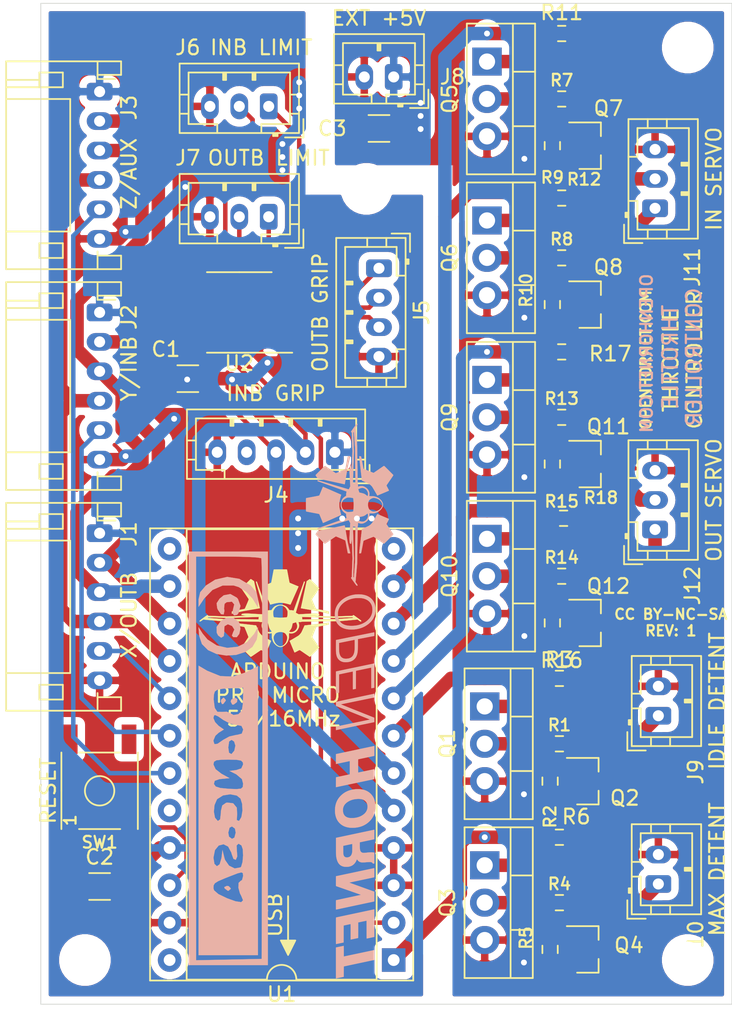
<source format=kicad_pcb>
(kicad_pcb (version 20171130) (host pcbnew "(5.1.9)-1")
  (layers (0 F.Cu mixed) (31 B.Cu mixed) (34 B.Paste user) (35 F.Paste user) (36 B.SilkS user) (37 F.SilkS user) (38 B.Mask user) (39 F.Mask user) (44 Edge.Cuts user))
  (net 0 "")
  (net 1 GND)
  (net 2 /CSx)
  (net 3 /SCK)
  (net 4 /MOSI)
  (net 5 /MISO)
  (net 6 +5V)
  (net 7 /CSy)
  (net 8 /CSz)
  (net 9 "Net-(U1-Pad24)")
  (net 10 "Net-(Q1-Pad2)")
  (net 11 "Net-(Q1-Pad1)")
  (net 12 /RST)
  (net 13 "Net-(SW1-Pad4)")
  (net 14 "Net-(SW1-Pad2)")
  (net 15 +5VA)
  (net 16 "Net-(J4-Pad4)")
  (net 17 /~SCL)
  (net 18 /SDA)
  (net 19 /U1P2)
  (net 20 /U1P1)
  (net 21 /U1P0)
  (net 22 /U1P4)
  (net 23 /U1P3)
  (net 24 /U1P6)
  (net 25 /U1P5)
  (net 26 GNDA)
  (net 27 /IDLE_SOL_OUT)
  (net 28 /MAX_SOL_OUT)
  (net 29 /~INB_SERVO_OUT)
  (net 30 /INB_SERVO_+5VA)
  (net 31 /~OUTB_SERVO_OUT)
  (net 32 /OUTB_SERVO_+5VA)
  (net 33 "Net-(Q2-Pad1)")
  (net 34 "Net-(Q3-Pad2)")
  (net 35 "Net-(Q3-Pad1)")
  (net 36 "Net-(Q4-Pad1)")
  (net 37 "Net-(Q5-Pad2)")
  (net 38 "Net-(Q5-Pad1)")
  (net 39 "Net-(Q6-Pad2)")
  (net 40 "Net-(Q6-Pad1)")
  (net 41 "Net-(Q7-Pad1)")
  (net 42 "Net-(Q8-Pad1)")
  (net 43 "Net-(Q9-Pad2)")
  (net 44 "Net-(Q9-Pad1)")
  (net 45 "Net-(Q10-Pad2)")
  (net 46 "Net-(Q10-Pad1)")
  (net 47 "Net-(Q11-Pad1)")
  (net 48 "Net-(Q12-Pad1)")
  (net 49 /IDLE_SOL_CTRL)
  (net 50 /MAX_SOL_CTRL)
  (net 51 /~INB_SERVO_CTRL)
  (net 52 /INB_SERVO_PWR_CTRL)
  (net 53 /~OUTB_SERVO_CTRL)
  (net 54 /OUTB_SERVO_PWR_CTRL)
  (net 55 "Net-(U1-Pad20)")
  (net 56 /IRQ)
  (net 57 "Net-(U1-Pad13)")
  (net 58 "Net-(U2-Pad12)")
  (net 59 "Net-(U1-Pad12)")
  (module Capacitor_SMD:C_1206_3216Metric (layer F.Cu) (at 151.976 90.83 180)
    (fp_text reference C3 (at 3.175 0) (layer F.SilkS))
    (fp_text value 10uF)
    (pad 2 smd roundrect (at 1.475 0 180) (size 1.15 1.8) (layers F.Cu F.Paste F.Mask) (roundrect_rratio 0.217391) (net 26 GNDA))
    (pad 1 smd roundrect (at -1.475 0 180) (size 1.15 1.8) (layers F.Cu F.Paste F.Mask) (roundrect_rratio 0.217391) (net 15 +5VA))
  )
  (module Connector_JST:JST_PH_B2B-PH-K_1x02_P2.00mm_Vertical (layer F.Cu) (at 152.976 87.33 180)
    (fp_text reference J8 (at -4 0) (layer F.SilkS))
    (fp_text value "EXT +5V" (at 1 4) (layer F.SilkS))
    (pad 2 thru_hole oval (at 2 0 180) (size 1.2 1.75) (drill 0.75) (layers *.Cu *.Mask) (net 26 GNDA))
    (pad 1 thru_hole roundrect (at 0 0 180) (size 1.2 1.75) (drill 0.75) (layers *.Cu *.Mask) (roundrect_rratio 0.208333) (net 15 +5VA))
  )
  (module Resistor_SMD:R_0603_1608Metric_Pad0.98x0.95mm_HandSolder (layer F.Cu) (at 164.2465 143.431)
    (fp_text reference R4 (at 0 -1.27) (layer F.SilkS) (effects (font (size 0.8 0.8))))
    (fp_text value 10K)
    (pad 2 smd roundrect (at 0.9125 0) (size 0.975 0.95) (layers F.Cu F.Paste F.Mask) (net 34 "Net-(Q3-Pad2)"))
    (pad 1 smd roundrect (at -0.9125 0) (size 0.975 0.95) (layers F.Cu F.Paste F.Mask) (net 36 "Net-(Q4-Pad1)"))
  )
  (module Resistor_SMD:R_0603_1608Metric_Pad0.98x0.95mm_HandSolder (layer F.Cu) (at 163.6115 135.176 270)
    (fp_text reference R2 (at 2.413 0 90) (layer F.SilkS) (effects (font (size 0.8 0.8))))
    (fp_text value 10K)
    (pad 2 smd roundrect (at 0.9125 0 270) (size 0.975 0.95) (layers F.Cu F.Paste F.Mask) (net 15 +5VA))
    (pad 1 smd roundrect (at -0.9125 0 270) (size 0.975 0.95) (layers F.Cu F.Paste F.Mask) (net 33 "Net-(Q2-Pad1)"))
  )
  (module Connector_JST:JST_PH_B2B-PH-K_1x02_P2.00mm_Vertical (layer F.Cu) (at 170.976 142.161 90)
    (fp_text reference J10 (at -3.81 2.54 90) (layer F.SilkS))
    (fp_text value "MAX DETENT" (at 1 4 90) (layer F.SilkS))
    (pad 2 thru_hole oval (at 2 0 90) (size 1.2 1.75) (drill 0.75) (layers *.Cu *.Mask) (net 26 GNDA))
    (pad 1 thru_hole roundrect (at 0 0 90) (size 1.2 1.75) (drill 0.75) (layers *.Cu *.Mask) (roundrect_rratio 0.208333) (net 28 /MAX_SOL_OUT))
  )
  (module Package_TO_SOT_THT:TO-220-3_Vertical (layer F.Cu) (at 159.1665 130.096 270)
    (fp_text reference Q1 (at 2.54 2.54 90) (layer F.SilkS))
    (fp_text value IRFB3206PBF)
    (pad 3 thru_hole oval (at 5.08 0 270) (size 1.905 2) (drill 1.1) (layers *.Cu *.Mask) (net 26 GNDA))
    (pad 2 thru_hole oval (at 2.54 0 270) (size 1.905 2) (drill 1.1) (layers *.Cu *.Mask) (net 10 "Net-(Q1-Pad2)"))
    (pad 1 thru_hole rect (at 0 0 270) (size 1.905 2) (drill 1.1) (layers *.Cu *.Mask) (net 11 "Net-(Q1-Pad1)"))
  )
  (module Package_TO_SOT_SMD:SOT-23 (layer F.Cu) (at 166.1515 146.606)
    (fp_text reference Q4 (at 2.8245 -0.276) (layer F.SilkS))
    (fp_text value IRLML6402TRPBF)
    (pad 3 smd rect (at 1 0) (size 0.9 0.8) (layers F.Cu F.Paste F.Mask) (net 28 /MAX_SOL_OUT))
    (pad 2 smd rect (at -1 0.95) (size 0.9 0.8) (layers F.Cu F.Paste F.Mask) (net 15 +5VA))
    (pad 1 smd rect (at -1 -0.95) (size 0.9 0.8) (layers F.Cu F.Paste F.Mask) (net 36 "Net-(Q4-Pad1)"))
  )
  (module Resistor_SMD:R_0603_1608Metric_Pad0.98x0.95mm_HandSolder (layer F.Cu) (at 164.2465 128.191)
    (fp_text reference R3 (at 0 -1.27) (layer F.SilkS))
    (fp_text value 10K)
    (pad 2 smd roundrect (at 0.9125 0) (size 0.975 0.95) (layers F.Cu F.Paste F.Mask) (net 11 "Net-(Q1-Pad1)"))
    (pad 1 smd roundrect (at -0.9125 0) (size 0.975 0.95) (layers F.Cu F.Paste F.Mask) (net 49 /IDLE_SOL_CTRL))
  )
  (module Package_TO_SOT_SMD:SOT-23 (layer F.Cu) (at 166.1515 135.176)
    (fp_text reference Q2 (at 2.54 1.143) (layer F.SilkS))
    (fp_text value IRLML6402TRPBF)
    (pad 3 smd rect (at 1 0) (size 0.9 0.8) (layers F.Cu F.Paste F.Mask) (net 27 /IDLE_SOL_OUT))
    (pad 2 smd rect (at -1 0.95) (size 0.9 0.8) (layers F.Cu F.Paste F.Mask) (net 15 +5VA))
    (pad 1 smd rect (at -1 -0.95) (size 0.9 0.8) (layers F.Cu F.Paste F.Mask) (net 33 "Net-(Q2-Pad1)"))
  )
  (module Resistor_SMD:R_0603_1608Metric_Pad0.98x0.95mm_HandSolder (layer F.Cu) (at 163.6115 146.606 270)
    (fp_text reference R5 (at -0.776 1.6355 90) (layer F.SilkS) (effects (font (size 0.8 0.8))))
    (fp_text value 10K)
    (pad 2 smd roundrect (at 0.9125 0 270) (size 0.975 0.95) (layers F.Cu F.Paste F.Mask) (net 15 +5VA))
    (pad 1 smd roundrect (at -0.9125 0 270) (size 0.975 0.95) (layers F.Cu F.Paste F.Mask) (net 36 "Net-(Q4-Pad1)"))
  )
  (module Connector_JST:JST_PH_B2B-PH-K_1x02_P2.00mm_Vertical (layer F.Cu) (at 170.976 130.731 90)
    (fp_text reference J9 (at -3.81 2.54 90) (layer F.SilkS))
    (fp_text value "IDLE DETENT" (at 1 4 90) (layer F.SilkS))
    (pad 2 thru_hole oval (at 2 0 90) (size 1.2 1.75) (drill 0.75) (layers *.Cu *.Mask) (net 26 GNDA))
    (pad 1 thru_hole roundrect (at 0 0 90) (size 1.2 1.75) (drill 0.75) (layers *.Cu *.Mask) (roundrect_rratio 0.208333) (net 27 /IDLE_SOL_OUT))
  )
  (module Resistor_SMD:R_0603_1608Metric_Pad0.98x0.95mm_HandSolder (layer F.Cu) (at 164.2465 132.636)
    (fp_text reference R1 (at 0 -1.27) (layer F.SilkS) (effects (font (size 0.8 0.8))))
    (fp_text value 10K)
    (pad 2 smd roundrect (at 0.9125 0) (size 0.975 0.95) (layers F.Cu F.Paste F.Mask) (net 10 "Net-(Q1-Pad2)"))
    (pad 1 smd roundrect (at -0.9125 0) (size 0.975 0.95) (layers F.Cu F.Paste F.Mask) (net 33 "Net-(Q2-Pad1)"))
  )
  (module Resistor_SMD:R_0603_1608Metric_Pad0.98x0.95mm_HandSolder (layer F.Cu) (at 164.2465 138.986)
    (fp_text reference R6 (at 1.143 -1.397) (layer F.SilkS))
    (fp_text value 10K)
    (pad 2 smd roundrect (at 0.9125 0) (size 0.975 0.95) (layers F.Cu F.Paste F.Mask) (net 35 "Net-(Q3-Pad1)"))
    (pad 1 smd roundrect (at -0.9125 0) (size 0.975 0.95) (layers F.Cu F.Paste F.Mask) (net 50 /MAX_SOL_CTRL))
  )
  (module Package_TO_SOT_THT:TO-220-3_Vertical (layer F.Cu) (at 159.1665 140.891 270)
    (fp_text reference Q3 (at 2.54 2.54 90) (layer F.SilkS))
    (fp_text value IRFB3206PBF)
    (pad 3 thru_hole oval (at 5.08 0 270) (size 1.905 2) (drill 1.1) (layers *.Cu *.Mask) (net 26 GNDA))
    (pad 2 thru_hole oval (at 2.54 0 270) (size 1.905 2) (drill 1.1) (layers *.Cu *.Mask) (net 34 "Net-(Q3-Pad2)"))
    (pad 1 thru_hole rect (at 0 0 270) (size 1.905 2) (drill 1.1) (layers *.Cu *.Mask) (net 35 "Net-(Q3-Pad1)"))
  )
  (module Package_SO:TSSOP-16_4.4x5mm_P0.65mm (layer F.Cu) (at 142.476 103.33 180)
    (fp_text reference U2 (at 0 -3.45) (layer F.SilkS))
    (fp_text value TCA9554PWR)
    (pad 16 smd roundrect (at 2.8625 -2.275 180) (size 1.475 0.4) (layers F.Cu F.Paste F.Mask) (net 6 +5V))
    (pad 15 smd roundrect (at 2.8625 -1.625 180) (size 1.475 0.4) (layers F.Cu F.Paste F.Mask) (net 18 /SDA))
    (pad 14 smd roundrect (at 2.8625 -0.975 180) (size 1.475 0.4) (layers F.Cu F.Paste F.Mask) (net 17 /~SCL))
    (pad 13 smd roundrect (at 2.8625 -0.325 180) (size 1.475 0.4) (layers F.Cu F.Paste F.Mask) (net 56 /IRQ))
    (pad 12 smd roundrect (at 2.8625 0.325 180) (size 1.475 0.4) (layers F.Cu F.Paste F.Mask) (net 58 "Net-(U2-Pad12)"))
    (pad 11 smd roundrect (at 2.8625 0.975 180) (size 1.475 0.4) (layers F.Cu F.Paste F.Mask) (net 24 /U1P6))
    (pad 10 smd roundrect (at 2.8625 1.625 180) (size 1.475 0.4) (layers F.Cu F.Paste F.Mask) (net 25 /U1P5))
    (pad 9 smd roundrect (at 2.8625 2.275 180) (size 1.475 0.4) (layers F.Cu F.Paste F.Mask) (net 22 /U1P4))
    (pad 8 smd roundrect (at -2.8625 2.275 180) (size 1.475 0.4) (layers F.Cu F.Paste F.Mask) (net 1 GND))
    (pad 7 smd roundrect (at -2.8625 1.625 180) (size 1.475 0.4) (layers F.Cu F.Paste F.Mask) (net 23 /U1P3))
    (pad 6 smd roundrect (at -2.8625 0.975 180) (size 1.475 0.4) (layers F.Cu F.Paste F.Mask) (net 21 /U1P0))
    (pad 5 smd roundrect (at -2.8625 0.325 180) (size 1.475 0.4) (layers F.Cu F.Paste F.Mask) (net 20 /U1P1))
    (pad 4 smd roundrect (at -2.8625 -0.325 180) (size 1.475 0.4) (layers F.Cu F.Paste F.Mask) (net 19 /U1P2))
    (pad 3 smd roundrect (at -2.8625 -0.975 180) (size 1.475 0.4) (layers F.Cu F.Paste F.Mask) (net 1 GND))
    (pad 2 smd roundrect (at -2.8625 -1.625 180) (size 1.475 0.4) (layers F.Cu F.Paste F.Mask) (net 1 GND))
    (pad 1 smd roundrect (at -2.8625 -2.275 180) (size 1.475 0.4) (layers F.Cu F.Paste F.Mask) (net 1 GND))
  )
  (module Package_DIP:DIP-24_W15.24mm_Socket (layer F.Cu) (at 152.976 147.33 180)
    (fp_text reference U1 (at 7.62 -2.33) (layer F.SilkS))
    (fp_text value ProMicro)
    (pad 24 thru_hole oval (at 15.24 0 180) (size 1.6 1.6) (drill 0.8) (layers *.Cu *.Mask) (net 9 "Net-(U1-Pad24)"))
    (pad 12 thru_hole oval (at 0 27.94 180) (size 1.6 1.6) (drill 0.8) (layers *.Cu *.Mask) (net 59 "Net-(U1-Pad12)"))
    (pad 23 thru_hole oval (at 15.24 2.54 180) (size 1.6 1.6) (drill 0.8) (layers *.Cu *.Mask) (net 1 GND))
    (pad 11 thru_hole oval (at 0 25.4 180) (size 1.6 1.6) (drill 0.8) (layers *.Cu *.Mask) (net 52 /INB_SERVO_PWR_CTRL))
    (pad 22 thru_hole oval (at 15.24 5.08 180) (size 1.6 1.6) (drill 0.8) (layers *.Cu *.Mask) (net 12 /RST))
    (pad 10 thru_hole oval (at 0 22.86 180) (size 1.6 1.6) (drill 0.8) (layers *.Cu *.Mask) (net 54 /OUTB_SERVO_PWR_CTRL))
    (pad 21 thru_hole oval (at 15.24 7.62 180) (size 1.6 1.6) (drill 0.8) (layers *.Cu *.Mask) (net 6 +5V))
    (pad 9 thru_hole oval (at 0 20.32 180) (size 1.6 1.6) (drill 0.8) (layers *.Cu *.Mask) (net 51 /~INB_SERVO_CTRL))
    (pad 20 thru_hole oval (at 15.24 10.16 180) (size 1.6 1.6) (drill 0.8) (layers *.Cu *.Mask) (net 55 "Net-(U1-Pad20)"))
    (pad 8 thru_hole oval (at 0 17.78 180) (size 1.6 1.6) (drill 0.8) (layers *.Cu *.Mask) (net 53 /~OUTB_SERVO_CTRL))
    (pad 19 thru_hole oval (at 15.24 12.7 180) (size 1.6 1.6) (drill 0.8) (layers *.Cu *.Mask) (net 8 /CSz))
    (pad 7 thru_hole oval (at 0 15.24 180) (size 1.6 1.6) (drill 0.8) (layers *.Cu *.Mask) (net 49 /IDLE_SOL_CTRL))
    (pad 18 thru_hole oval (at 15.24 15.24 180) (size 1.6 1.6) (drill 0.8) (layers *.Cu *.Mask) (net 7 /CSy))
    (pad 6 thru_hole oval (at 0 12.7 180) (size 1.6 1.6) (drill 0.8) (layers *.Cu *.Mask) (net 17 /~SCL))
    (pad 17 thru_hole oval (at 15.24 17.78 180) (size 1.6 1.6) (drill 0.8) (layers *.Cu *.Mask) (net 2 /CSx))
    (pad 5 thru_hole oval (at 0 10.16 180) (size 1.6 1.6) (drill 0.8) (layers *.Cu *.Mask) (net 18 /SDA))
    (pad 16 thru_hole oval (at 15.24 20.32 180) (size 1.6 1.6) (drill 0.8) (layers *.Cu *.Mask) (net 3 /SCK))
    (pad 4 thru_hole oval (at 0 7.62 180) (size 1.6 1.6) (drill 0.8) (layers *.Cu *.Mask) (net 1 GND))
    (pad 15 thru_hole oval (at 15.24 22.86 180) (size 1.6 1.6) (drill 0.8) (layers *.Cu *.Mask) (net 5 /MISO))
    (pad 3 thru_hole oval (at 0 5.08 180) (size 1.6 1.6) (drill 0.8) (layers *.Cu *.Mask) (net 1 GND))
    (pad 14 thru_hole oval (at 15.24 25.4 180) (size 1.6 1.6) (drill 0.8) (layers *.Cu *.Mask) (net 4 /MOSI))
    (pad 2 thru_hole oval (at 0 2.54 180) (size 1.6 1.6) (drill 0.8) (layers *.Cu *.Mask) (net 56 /IRQ))
    (pad 13 thru_hole oval (at 15.24 27.94 180) (size 1.6 1.6) (drill 0.8) (layers *.Cu *.Mask) (net 57 "Net-(U1-Pad13)"))
    (pad 1 thru_hole rect (at 0 0 180) (size 1.6 1.6) (drill 0.8) (layers *.Cu *.Mask) (net 50 /MAX_SOL_CTRL))
  )
  (module "KiCAD Libraries:SMD-SW-4_5.1x5.1" (layer F.Cu) (at 132.976 135.83 90)
    (fp_text reference SW1 (at -3.5 0 180) (layer F.SilkS) (effects (font (size 0.8 0.8))))
    (fp_text value RESET (at 0 -3.5 90) (layer F.SilkS))
    (fp_text user 1 (at -2 -2 90) (layer F.SilkS) (effects (font (size 0.8 0.8))))
    (pad 4 smd rect (at 3.5 2 90) (size 2 1) (layers F.Cu F.Paste F.Mask) (net 13 "Net-(SW1-Pad4)"))
    (pad 3 smd rect (at -3.5 2 90) (size 2 1) (layers F.Cu F.Paste F.Mask) (net 1 GND))
    (pad 2 smd rect (at 3.5 -2 90) (size 2 1) (layers F.Cu F.Paste F.Mask) (net 14 "Net-(SW1-Pad2)"))
    (pad 1 smd rect (at -3.5 -2 90) (size 2 1) (layers F.Cu F.Paste F.Mask) (net 12 /RST))
  )
  (module Resistor_SMD:R_0603_1608Metric_Pad0.98x0.95mm_HandSolder (layer F.Cu) (at 164.53 117.314)
    (fp_text reference R18 (at 2.54 -1.397) (layer F.SilkS) (effects (font (size 0.8 0.8))))
    (fp_text value 10K)
    (pad 2 smd roundrect (at 0.9125 0) (size 0.975 0.95) (layers F.Cu F.Paste F.Mask) (net 46 "Net-(Q10-Pad1)"))
    (pad 1 smd roundrect (at -0.9125 0) (size 0.975 0.95) (layers F.Cu F.Paste F.Mask) (net 54 /OUTB_SERVO_PWR_CTRL))
  )
  (module Resistor_SMD:R_0603_1608Metric_Pad0.98x0.95mm_HandSolder (layer F.Cu) (at 164.403 106.011)
    (fp_text reference R17 (at 3.302 0.127) (layer F.SilkS))
    (fp_text value 10K)
    (pad 2 smd roundrect (at 0.9125 0) (size 0.975 0.95) (layers F.Cu F.Paste F.Mask) (net 44 "Net-(Q9-Pad1)"))
    (pad 1 smd roundrect (at -0.9125 0) (size 0.975 0.95) (layers F.Cu F.Paste F.Mask) (net 53 /~OUTB_SERVO_CTRL))
  )
  (module Resistor_SMD:R_0603_1608Metric_Pad0.98x0.95mm_HandSolder (layer F.Cu) (at 163.768 124.426 270)
    (fp_text reference R16 (at 2.54 -0.635 180) (layer F.SilkS))
    (fp_text value 10K)
    (pad 2 smd roundrect (at 0.9125 0 270) (size 0.975 0.95) (layers F.Cu F.Paste F.Mask) (net 15 +5VA))
    (pad 1 smd roundrect (at -0.9125 0 270) (size 0.975 0.95) (layers F.Cu F.Paste F.Mask) (net 48 "Net-(Q12-Pad1)"))
  )
  (module Resistor_SMD:R_0603_1608Metric_Pad0.98x0.95mm_HandSolder (layer F.Cu) (at 163.768 113.631 270)
    (fp_text reference R15 (at 2.54 -0.635 180) (layer F.SilkS) (effects (font (size 0.8 0.8))))
    (fp_text value 10K)
    (pad 2 smd roundrect (at 0.9125 0 270) (size 0.975 0.95) (layers F.Cu F.Paste F.Mask) (net 15 +5VA))
    (pad 1 smd roundrect (at -0.9125 0 270) (size 0.975 0.95) (layers F.Cu F.Paste F.Mask) (net 47 "Net-(Q11-Pad1)"))
  )
  (module Resistor_SMD:R_0603_1608Metric_Pad0.98x0.95mm_HandSolder (layer F.Cu) (at 164.403 121.251)
    (fp_text reference R14 (at 0 -1.27) (layer F.SilkS) (effects (font (size 0.8 0.8))))
    (fp_text value 10K)
    (pad 2 smd roundrect (at 0.9125 0) (size 0.975 0.95) (layers F.Cu F.Paste F.Mask) (net 45 "Net-(Q10-Pad2)"))
    (pad 1 smd roundrect (at -0.9125 0) (size 0.975 0.95) (layers F.Cu F.Paste F.Mask) (net 48 "Net-(Q12-Pad1)"))
  )
  (module Resistor_SMD:R_0603_1608Metric_Pad0.98x0.95mm_HandSolder (layer F.Cu) (at 164.403 110.456)
    (fp_text reference R13 (at 0 -1.27) (layer F.SilkS) (effects (font (size 0.8 0.8))))
    (fp_text value 10K)
    (pad 2 smd roundrect (at 0.9125 0) (size 0.975 0.95) (layers F.Cu F.Paste F.Mask) (net 43 "Net-(Q9-Pad2)"))
    (pad 1 smd roundrect (at -0.9125 0) (size 0.975 0.95) (layers F.Cu F.Paste F.Mask) (net 47 "Net-(Q11-Pad1)"))
  )
  (module Resistor_SMD:R_0603_1608Metric_Pad0.98x0.95mm_HandSolder (layer F.Cu) (at 164.403 95.557)
    (fp_text reference R12 (at 1.524 -1.27) (layer F.SilkS) (effects (font (size 0.8 0.8))))
    (fp_text value 10K)
    (pad 2 smd roundrect (at 0.9125 0) (size 0.975 0.95) (layers F.Cu F.Paste F.Mask) (net 40 "Net-(Q6-Pad1)"))
    (pad 1 smd roundrect (at -0.9125 0) (size 0.975 0.95) (layers F.Cu F.Paste F.Mask) (net 52 /INB_SERVO_PWR_CTRL))
  )
  (module Resistor_SMD:R_0603_1608Metric_Pad0.98x0.95mm_HandSolder (layer F.Cu) (at 164.403 84.381)
    (fp_text reference R11 (at 0 -1.43) (layer F.SilkS))
    (fp_text value 10K)
    (pad 2 smd roundrect (at 0.9125 0) (size 0.975 0.95) (layers F.Cu F.Paste F.Mask) (net 38 "Net-(Q5-Pad1)"))
    (pad 1 smd roundrect (at -0.9125 0) (size 0.975 0.95) (layers F.Cu F.Paste F.Mask) (net 51 /~INB_SERVO_CTRL))
  )
  (module Resistor_SMD:R_0603_1608Metric_Pad0.98x0.95mm_HandSolder (layer F.Cu) (at 163.768 102.796 270)
    (fp_text reference R10 (at -0.966 1.792 270) (layer F.SilkS) (effects (font (size 0.8 0.8))))
    (fp_text value 10K)
    (pad 2 smd roundrect (at 0.9125 0 270) (size 0.975 0.95) (layers F.Cu F.Paste F.Mask) (net 15 +5VA))
    (pad 1 smd roundrect (at -0.9125 0 270) (size 0.975 0.95) (layers F.Cu F.Paste F.Mask) (net 42 "Net-(Q8-Pad1)"))
  )
  (module Resistor_SMD:R_0603_1608Metric_Pad0.98x0.95mm_HandSolder (layer F.Cu) (at 163.768 92.001 270)
    (fp_text reference R9 (at 2.159 0 180) (layer F.SilkS) (effects (font (size 0.8 0.8))))
    (fp_text value 10K)
    (pad 2 smd roundrect (at 0.9125 0 270) (size 0.975 0.95) (layers F.Cu F.Paste F.Mask) (net 15 +5VA))
    (pad 1 smd roundrect (at -0.9125 0 270) (size 0.975 0.95) (layers F.Cu F.Paste F.Mask) (net 41 "Net-(Q7-Pad1)"))
  )
  (module Resistor_SMD:R_0603_1608Metric_Pad0.98x0.95mm_HandSolder (layer F.Cu) (at 164.403 99.621)
    (fp_text reference R8 (at 0 -1.27) (layer F.SilkS) (effects (font (size 0.8 0.8))))
    (fp_text value 10K)
    (pad 2 smd roundrect (at 0.9125 0) (size 0.975 0.95) (layers F.Cu F.Paste F.Mask) (net 39 "Net-(Q6-Pad2)"))
    (pad 1 smd roundrect (at -0.9125 0) (size 0.975 0.95) (layers F.Cu F.Paste F.Mask) (net 42 "Net-(Q8-Pad1)"))
  )
  (module Resistor_SMD:R_0603_1608Metric_Pad0.98x0.95mm_HandSolder (layer F.Cu) (at 164.403 88.826)
    (fp_text reference R7 (at 0 -1.27) (layer F.SilkS) (effects (font (size 0.8 0.8))))
    (fp_text value 10K)
    (pad 2 smd roundrect (at 0.9125 0) (size 0.975 0.95) (layers F.Cu F.Paste F.Mask) (net 37 "Net-(Q5-Pad2)"))
    (pad 1 smd roundrect (at -0.9125 0) (size 0.975 0.95) (layers F.Cu F.Paste F.Mask) (net 41 "Net-(Q7-Pad1)"))
  )
  (module Package_TO_SOT_SMD:SOT-23 (layer F.Cu) (at 166.308 124.426)
    (fp_text reference Q12 (at 1.27 -2.5) (layer F.SilkS))
    (fp_text value IRLML6402TRPBF)
    (pad 3 smd rect (at 1 0) (size 0.9 0.8) (layers F.Cu F.Paste F.Mask) (net 32 /OUTB_SERVO_+5VA))
    (pad 2 smd rect (at -1 0.95) (size 0.9 0.8) (layers F.Cu F.Paste F.Mask) (net 15 +5VA))
    (pad 1 smd rect (at -1 -0.95) (size 0.9 0.8) (layers F.Cu F.Paste F.Mask) (net 48 "Net-(Q12-Pad1)"))
  )
  (module Package_TO_SOT_SMD:SOT-23 (layer F.Cu) (at 166.308 113.631)
    (fp_text reference Q11 (at 1.27 -2.54) (layer F.SilkS))
    (fp_text value IRLML6402TRPBF)
    (pad 3 smd rect (at 1 0) (size 0.9 0.8) (layers F.Cu F.Paste F.Mask) (net 31 /~OUTB_SERVO_OUT))
    (pad 2 smd rect (at -1 0.95) (size 0.9 0.8) (layers F.Cu F.Paste F.Mask) (net 15 +5VA))
    (pad 1 smd rect (at -1 -0.95) (size 0.9 0.8) (layers F.Cu F.Paste F.Mask) (net 47 "Net-(Q11-Pad1)"))
  )
  (module Package_TO_SOT_THT:TO-220-3_Vertical (layer F.Cu) (at 159.323 118.711 270)
    (fp_text reference Q10 (at 2.54 2.54 90) (layer F.SilkS))
    (fp_text value IRFB3206PBF)
    (pad 3 thru_hole oval (at 5.08 0 270) (size 1.905 2) (drill 1.1) (layers *.Cu *.Mask) (net 26 GNDA))
    (pad 2 thru_hole oval (at 2.54 0 270) (size 1.905 2) (drill 1.1) (layers *.Cu *.Mask) (net 45 "Net-(Q10-Pad2)"))
    (pad 1 thru_hole rect (at 0 0 270) (size 1.905 2) (drill 1.1) (layers *.Cu *.Mask) (net 46 "Net-(Q10-Pad1)"))
  )
  (module Package_TO_SOT_THT:TO-220-3_Vertical (layer F.Cu) (at 159.323 107.916 270)
    (fp_text reference Q9 (at 2.54 2.54 90) (layer F.SilkS))
    (fp_text value IRFB3206PBF)
    (pad 3 thru_hole oval (at 5.08 0 270) (size 1.905 2) (drill 1.1) (layers *.Cu *.Mask) (net 26 GNDA))
    (pad 2 thru_hole oval (at 2.54 0 270) (size 1.905 2) (drill 1.1) (layers *.Cu *.Mask) (net 43 "Net-(Q9-Pad2)"))
    (pad 1 thru_hole rect (at 0 0 270) (size 1.905 2) (drill 1.1) (layers *.Cu *.Mask) (net 44 "Net-(Q9-Pad1)"))
  )
  (module Package_TO_SOT_SMD:SOT-23 (layer F.Cu) (at 166.308 102.796)
    (fp_text reference Q8 (at 1.27 -2.54) (layer F.SilkS))
    (fp_text value IRLML6402TRPBF)
    (pad 3 smd rect (at 1 0) (size 0.9 0.8) (layers F.Cu F.Paste F.Mask) (net 30 /INB_SERVO_+5VA))
    (pad 2 smd rect (at -1 0.95) (size 0.9 0.8) (layers F.Cu F.Paste F.Mask) (net 15 +5VA))
    (pad 1 smd rect (at -1 -0.95) (size 0.9 0.8) (layers F.Cu F.Paste F.Mask) (net 42 "Net-(Q8-Pad1)"))
  )
  (module Package_TO_SOT_SMD:SOT-23 (layer F.Cu) (at 166.308 92.001)
    (fp_text reference Q7 (at 1.27 -2.54) (layer F.SilkS))
    (fp_text value IRLML6402TRPBF)
    (pad 3 smd rect (at 1 0) (size 0.9 0.8) (layers F.Cu F.Paste F.Mask) (net 29 /~INB_SERVO_OUT))
    (pad 2 smd rect (at -1 0.95) (size 0.9 0.8) (layers F.Cu F.Paste F.Mask) (net 15 +5VA))
    (pad 1 smd rect (at -1 -0.95) (size 0.9 0.8) (layers F.Cu F.Paste F.Mask) (net 41 "Net-(Q7-Pad1)"))
  )
  (module Package_TO_SOT_THT:TO-220-3_Vertical (layer F.Cu) (at 159.323 97.081 270)
    (fp_text reference Q6 (at 2.54 2.54 90) (layer F.SilkS))
    (fp_text value IRFB3206PBF)
    (pad 3 thru_hole oval (at 5.08 0 270) (size 1.905 2) (drill 1.1) (layers *.Cu *.Mask) (net 26 GNDA))
    (pad 2 thru_hole oval (at 2.54 0 270) (size 1.905 2) (drill 1.1) (layers *.Cu *.Mask) (net 39 "Net-(Q6-Pad2)"))
    (pad 1 thru_hole rect (at 0 0 270) (size 1.905 2) (drill 1.1) (layers *.Cu *.Mask) (net 40 "Net-(Q6-Pad1)"))
  )
  (module Package_TO_SOT_THT:TO-220-3_Vertical (layer F.Cu) (at 159.323 86.286 270)
    (fp_text reference Q5 (at 2.54 2.54 90) (layer F.SilkS))
    (fp_text value IRFB3206PBF)
    (pad 3 thru_hole oval (at 5.08 0 270) (size 1.905 2) (drill 1.1) (layers *.Cu *.Mask) (net 26 GNDA))
    (pad 2 thru_hole oval (at 2.54 0 270) (size 1.905 2) (drill 1.1) (layers *.Cu *.Mask) (net 37 "Net-(Q5-Pad2)"))
    (pad 1 thru_hole rect (at 0 0 270) (size 1.905 2) (drill 1.1) (layers *.Cu *.Mask) (net 38 "Net-(Q5-Pad1)"))
  )
  (module Connector_JST:JST_PH_B3B-PH-K_1x03_P2.00mm_Vertical (layer F.Cu) (at 170.753 118.076 90)
    (fp_text reference J12 (at -3.81 2.54 90) (layer F.SilkS))
    (fp_text value "OUT SERVO" (at 2 4 90) (layer F.SilkS))
    (pad 3 thru_hole oval (at 4 0 90) (size 1.2 1.75) (drill 0.75) (layers *.Cu *.Mask) (net 26 GNDA))
    (pad 2 thru_hole oval (at 2 0 90) (size 1.2 1.75) (drill 0.75) (layers *.Cu *.Mask) (net 31 /~OUTB_SERVO_OUT))
    (pad 1 thru_hole roundrect (at 0 0 90) (size 1.2 1.75) (drill 0.75) (layers *.Cu *.Mask) (roundrect_rratio 0.208333) (net 32 /OUTB_SERVO_+5VA))
  )
  (module Connector_JST:JST_PH_B3B-PH-K_1x03_P2.00mm_Vertical (layer F.Cu) (at 170.753 96.2555 90)
    (fp_text reference J11 (at -4.0005 2.54 90) (layer F.SilkS))
    (fp_text value "IN SERVO" (at 2 4 90) (layer F.SilkS))
    (pad 3 thru_hole oval (at 4 0 90) (size 1.2 1.75) (drill 0.75) (layers *.Cu *.Mask) (net 26 GNDA))
    (pad 2 thru_hole oval (at 2 0 90) (size 1.2 1.75) (drill 0.75) (layers *.Cu *.Mask) (net 29 /~INB_SERVO_OUT))
    (pad 1 thru_hole roundrect (at 0 0 90) (size 1.2 1.75) (drill 0.75) (layers *.Cu *.Mask) (roundrect_rratio 0.208333) (net 30 /INB_SERVO_+5VA))
  )
  (module Connector_JST:JST_PH_B3B-PH-K_1x03_P2.00mm_Vertical (layer F.Cu) (at 144.476 96.83 180)
    (fp_text reference J7 (at 5.5 4) (layer F.SilkS))
    (fp_text value "OUTB LIMIT" (at 0 4) (layer F.SilkS))
    (pad 3 thru_hole oval (at 4 0 180) (size 1.2 1.75) (drill 0.75) (layers *.Cu *.Mask) (net 1 GND))
    (pad 2 thru_hole oval (at 2 0 180) (size 1.2 1.75) (drill 0.75) (layers *.Cu *.Mask) (net 25 /U1P5))
    (pad 1 thru_hole roundrect (at 0 0 180) (size 1.2 1.75) (drill 0.75) (layers *.Cu *.Mask) (roundrect_rratio 0.208333) (net 24 /U1P6))
  )
  (module Connector_JST:JST_PH_B3B-PH-K_1x03_P2.00mm_Vertical (layer F.Cu) (at 144.476 89.33 180)
    (fp_text reference J6 (at 5.5 4) (layer F.SilkS))
    (fp_text value "INB LIMIT" (at 0.5 4) (layer F.SilkS))
    (pad 3 thru_hole oval (at 4 0 180) (size 1.2 1.75) (drill 0.75) (layers *.Cu *.Mask) (net 1 GND))
    (pad 2 thru_hole oval (at 2 0 180) (size 1.2 1.75) (drill 0.75) (layers *.Cu *.Mask) (net 22 /U1P4))
    (pad 1 thru_hole roundrect (at 0 0 180) (size 1.2 1.75) (drill 0.75) (layers *.Cu *.Mask) (roundrect_rratio 0.208333) (net 23 /U1P3))
  )
  (module Connector_JST:JST_PH_B4B-PH-K_1x04_P2.00mm_Vertical (layer F.Cu) (at 151.976 100.33 270)
    (fp_text reference J5 (at 3 -2.9 90) (layer F.SilkS))
    (fp_text value "OUTB GRIP" (at 3 4 90) (layer F.SilkS))
    (pad 4 thru_hole oval (at 6 0 270) (size 1.2 1.75) (drill 0.75) (layers *.Cu *.Mask) (net 1 GND))
    (pad 3 thru_hole oval (at 4 0 270) (size 1.2 1.75) (drill 0.75) (layers *.Cu *.Mask) (net 19 /U1P2))
    (pad 2 thru_hole oval (at 2 0 270) (size 1.2 1.75) (drill 0.75) (layers *.Cu *.Mask) (net 20 /U1P1))
    (pad 1 thru_hole roundrect (at 0 0 270) (size 1.2 1.75) (drill 0.75) (layers *.Cu *.Mask) (roundrect_rratio 0.208333) (net 21 /U1P0))
  )
  (module Connector_JST:JST_PH_B5B-PH-K_1x05_P2.00mm_Vertical (layer F.Cu) (at 148.976 112.83 180)
    (fp_text reference J4 (at 4 -2.9) (layer F.SilkS))
    (fp_text value "INB GRIP" (at 4 4) (layer F.SilkS))
    (pad 5 thru_hole oval (at 8 0 180) (size 1.2 1.75) (drill 0.75) (layers *.Cu *.Mask) (net 1 GND))
    (pad 4 thru_hole oval (at 6 0 180) (size 1.2 1.75) (drill 0.75) (layers *.Cu *.Mask) (net 16 "Net-(J4-Pad4)"))
    (pad 3 thru_hole oval (at 4 0 180) (size 1.2 1.75) (drill 0.75) (layers *.Cu *.Mask) (net 17 /~SCL))
    (pad 2 thru_hole oval (at 2 0 180) (size 1.2 1.75) (drill 0.75) (layers *.Cu *.Mask) (net 18 /SDA))
    (pad 1 thru_hole roundrect (at 0 0 180) (size 1.2 1.75) (drill 0.75) (layers *.Cu *.Mask) (roundrect_rratio 0.208333) (net 6 +5V))
  )
  (module Connector_JST:JST_PH_S6B-PH-K_1x06_P2.00mm_Horizontal (layer F.Cu) (at 132.976 88.33 270)
    (fp_text reference J3 (at 1.08 -2 90) (layer F.SilkS))
    (fp_text value Z/AUX (at 5.58 -2 90) (layer F.SilkS))
    (pad 6 thru_hole oval (at 10 0 270) (size 1.2 1.75) (drill 0.75) (layers *.Cu *.Mask) (net 1 GND))
    (pad 5 thru_hole oval (at 8 0 270) (size 1.2 1.75) (drill 0.75) (layers *.Cu *.Mask) (net 8 /CSz))
    (pad 4 thru_hole oval (at 6 0 270) (size 1.2 1.75) (drill 0.75) (layers *.Cu *.Mask) (net 3 /SCK))
    (pad 3 thru_hole oval (at 4 0 270) (size 1.2 1.75) (drill 0.75) (layers *.Cu *.Mask) (net 4 /MOSI))
    (pad 2 thru_hole oval (at 2 0 270) (size 1.2 1.75) (drill 0.75) (layers *.Cu *.Mask) (net 5 /MISO))
    (pad 1 thru_hole roundrect (at 0 0 270) (size 1.2 1.75) (drill 0.75) (layers *.Cu *.Mask) (roundrect_rratio 0.208333) (net 6 +5V))
  )
  (module Connector_JST:JST_PH_S6B-PH-K_1x06_P2.00mm_Horizontal (layer F.Cu) (at 132.976 103.33 270)
    (fp_text reference J2 (at 0.32 -2 90) (layer F.SilkS))
    (fp_text value Y/INB (at 3.82 -2 90) (layer F.SilkS))
    (pad 6 thru_hole oval (at 10 0 270) (size 1.2 1.75) (drill 0.75) (layers *.Cu *.Mask) (net 1 GND))
    (pad 5 thru_hole oval (at 8 0 270) (size 1.2 1.75) (drill 0.75) (layers *.Cu *.Mask) (net 7 /CSy))
    (pad 4 thru_hole oval (at 6 0 270) (size 1.2 1.75) (drill 0.75) (layers *.Cu *.Mask) (net 3 /SCK))
    (pad 3 thru_hole oval (at 4 0 270) (size 1.2 1.75) (drill 0.75) (layers *.Cu *.Mask) (net 4 /MOSI))
    (pad 2 thru_hole oval (at 2 0 270) (size 1.2 1.75) (drill 0.75) (layers *.Cu *.Mask) (net 5 /MISO))
    (pad 1 thru_hole roundrect (at 0 0 270) (size 1.2 1.75) (drill 0.75) (layers *.Cu *.Mask) (roundrect_rratio 0.208333) (net 6 +5V))
  )
  (module Connector_JST:JST_PH_S6B-PH-K_1x06_P2.00mm_Horizontal (layer F.Cu) (at 132.976 118.33 270)
    (fp_text reference J1 (at 0.06 -2 90) (layer F.SilkS))
    (fp_text value X/OUTB (at 5.56 -2 90) (layer F.SilkS))
    (pad 6 thru_hole oval (at 10 0 270) (size 1.2 1.75) (drill 0.75) (layers *.Cu *.Mask) (net 1 GND))
    (pad 5 thru_hole oval (at 8 0 270) (size 1.2 1.75) (drill 0.75) (layers *.Cu *.Mask) (net 2 /CSx))
    (pad 4 thru_hole oval (at 6 0 270) (size 1.2 1.75) (drill 0.75) (layers *.Cu *.Mask) (net 3 /SCK))
    (pad 3 thru_hole oval (at 4 0 270) (size 1.2 1.75) (drill 0.75) (layers *.Cu *.Mask) (net 4 /MOSI))
    (pad 2 thru_hole oval (at 2 0 270) (size 1.2 1.75) (drill 0.75) (layers *.Cu *.Mask) (net 5 /MISO))
    (pad 1 thru_hole roundrect (at 0 0 270) (size 1.2 1.75) (drill 0.75) (layers *.Cu *.Mask) (roundrect_rratio 0.208333) (net 6 +5V))
  )
  (module MountingHole:MountingHole_2.5mm (layer F.Cu) (at 151.124 94.934)
    (fp_text reference H4 hide)
    (fp_text value MH)
    (pad 1 np_thru_hole circle (at 0 0) (size 2.5 2.5) (drill 2.5) (layers *.Cu *.Mask))
  )
  (module MountingHole:MountingHole_2.5mm (layer F.Cu) (at 131.976 147.33)
    (fp_text reference H3 hide)
    (fp_text value MH)
    (pad 1 np_thru_hole circle (at 0 0) (size 2.5 2.5) (drill 2.5) (layers *.Cu *.Mask))
  )
  (module MountingHole:MountingHole_2.5mm (layer F.Cu) (at 172.976 85.33)
    (fp_text reference H2 hide)
    (fp_text value MH)
    (pad 1 np_thru_hole circle (at 0 0) (size 2.5 2.5) (drill 2.5) (layers *.Cu *.Mask))
  )
  (module MountingHole:MountingHole_2.5mm (layer F.Cu) (at 172.976 147.33)
    (fp_text reference H1 hide)
    (fp_text value MH)
    (pad 1 np_thru_hole circle (at 0 0) (size 2.5 2.5) (drill 2.5) (layers *.Cu *.Mask))
  )
  (module Capacitor_SMD:C_1206_3216Metric (layer F.Cu) (at 132.976 142.33 180)
    (fp_text reference C2 (at 0 2) (layer F.SilkS))
    (fp_text value 10uF)
    (pad 2 smd roundrect (at 1.475 0 180) (size 1.15 1.8) (layers F.Cu F.Paste F.Mask) (roundrect_rratio 0.217391) (net 1 GND))
    (pad 1 smd roundrect (at -1.475 0 180) (size 1.15 1.8) (layers F.Cu F.Paste F.Mask) (roundrect_rratio 0.217391) (net 6 +5V))
  )
  (module Capacitor_SMD:C_1206_3216Metric (layer F.Cu) (at 138.976 107.83)
    (fp_text reference C1 (at -1.5 -2) (layer F.SilkS))
    (fp_text value 47uF)
    (pad 2 smd roundrect (at 1.475 0) (size 1.15 1.8) (layers F.Cu F.Paste F.Mask) (roundrect_rratio 0.217391) (net 1 GND))
    (pad 1 smd roundrect (at -1.475 0) (size 1.15 1.8) (layers F.Cu F.Paste F.Mask) (roundrect_rratio 0.217391) (net 6 +5V))
  )
  (module "KiCAD Libraries:OH_LOGO_ONLY_11x6mm" (layer F.Cu) (at 145.282 123.89)
    (fp_text reference LOGO3 hide)
    (fp_text value OpenHornetLogoSmall hide)
  )
  (module "KiCAD Libraries:CC-BY-NC-SA-Small" (layer B.Cu) (at 141.726 133.542 270)
    (fp_text reference LOGO2 hide)
    (fp_text value OpenHornetLogoSmall hide)
  )
  (module "KiCAD Libraries:OH_LOGO_37.7mm_5.9mm" (layer B.Cu) (at 149.981 129.732 270)
    (fp_text reference LOGO1 hide)
    (fp_text value OpenHornetLogoSmall hide)
  )
  (gr_line (start 128.976 82.33) (end 175.976 82.33) (layer Edge.Cuts) (width 0.05))
  (gr_line (start 128.976 150.33) (end 128.976 82.33) (layer Edge.Cuts) (width 0.05))
  (gr_line (start 175.976 150.33) (end 128.976 150.33) (layer Edge.Cuts) (width 0.05))
  (gr_line (start 175.976 82.33) (end 175.976 150.33) (layer Edge.Cuts) (width 0.05))
  (gr_text OPENHORNET.COM (at 170.128 106.55 90) (layer F.SilkS) (effects (font (size 0.7 0.7))))
  (gr_text "CC BY-NC-SA\nREV: 1" (at 171.825 124.398) (layer F.SilkS) (effects (font (size 0.7 0.7))))
  (gr_text OPENHORNET.COM (at 170.174 106.11 90) (layer B.SilkS) (effects (font (size 0.8 0.8)) (justify mirror)))
  (gr_text "THROTTLE\nCONTROLLER" (at 172.587 106.364 90) (layer B.SilkS) (effects (font (size 1 1)) (justify mirror)))
  (gr_text "THROTTLE\nCONTROLLER" (at 172.628 106.55 90) (layer F.SilkS) (effects (font (size 1 1))))
  (gr_text "ARDUINO \nPRO MICRO \n5V/16MHz" (at 145.476 129.33) (layer F.SilkS) (effects (font (size 1 1))))
  (gr_poly (pts (xy 146.294 145.994) (xy 145.794 146.994) (xy 145.294 145.994)) (layer F.SilkS) (width 0.1))
  (gr_line (start 145.794 145.994) (end 145.794 142.994) (layer F.SilkS) (width 0.12))
  (gr_text USB (at 144.862 144.272 90) (layer F.SilkS) (effects (font (size 1 1))))
  (via (at 141.98 107.888) (size 0.8) (drill 0.4) (layers F.Cu B.Cu) (net 1))
  (segment (start 141.922 107.83) (end 141.98 107.888) (width 0.9144) (layer F.Cu) (net 1))
  (segment (start 140.451 107.83) (end 141.922 107.83) (width 0.9144) (layer F.Cu) (net 1))
  (via (at 144.393 106.745) (size 0.8) (drill 0.4) (layers F.Cu B.Cu) (net 1))
  (segment (start 143.25 107.888) (end 144.393 106.745) (width 0.9144) (layer B.Cu) (net 1))
  (segment (start 141.98 107.888) (end 143.25 107.888) (width 0.9144) (layer B.Cu) (net 1))
  (segment (start 145.3385 105.605) (end 146.549 105.605) (width 0.3048) (layer F.Cu) (net 1))
  (segment (start 146.549 105.605) (end 146.552 105.602) (width 0.3048) (layer F.Cu) (net 1))
  (segment (start 146.552 105.602) (end 146.552 104.967) (width 0.3048) (layer F.Cu) (net 1))
  (segment (start 145.3505 104.967) (end 145.3385 104.955) (width 0.3048) (layer F.Cu) (net 1))
  (segment (start 146.552 104.967) (end 145.3505 104.967) (width 0.3048) (layer F.Cu) (net 1))
  (segment (start 146.552 104.967) (end 146.552 104.332) (width 0.3048) (layer F.Cu) (net 1))
  (segment (start 145.3655 104.332) (end 145.3385 104.305) (width 0.3048) (layer F.Cu) (net 1))
  (segment (start 146.552 104.332) (end 145.3655 104.332) (width 0.3048) (layer F.Cu) (net 1))
  (via (at 149.476 117.33) (size 0.8) (drill 0.4) (layers F.Cu B.Cu) (net 1))
  (via (at 150.476 117.33) (size 0.8) (drill 0.4) (layers F.Cu B.Cu) (net 1))
  (via (at 151.476 117.33) (size 0.8) (drill 0.4) (layers F.Cu B.Cu) (net 1))
  (via (at 146.476 117.33) (size 0.8) (drill 0.4) (layers F.Cu B.Cu) (net 1))
  (via (at 146.476 118.33) (size 0.8) (drill 0.4) (layers F.Cu B.Cu) (net 1))
  (via (at 146.476 119.33) (size 0.8) (drill 0.4) (layers F.Cu B.Cu) (net 1))
  (segment (start 151.476 117.33) (end 146.476 117.33) (width 1.2192) (layer B.Cu) (net 1))
  (segment (start 146.476 117.33) (end 146.476 119.33) (width 1.2192) (layer B.Cu) (net 1))
  (segment (start 132.976 98.33) (end 134.266 98.33) (width 0.9144) (layer F.Cu) (net 1))
  (segment (start 134.266 98.33) (end 134.741 97.855) (width 0.9144) (layer F.Cu) (net 1))
  (via (at 134.741 97.855) (size 0.8) (drill 0.4) (layers F.Cu B.Cu) (net 1))
  (segment (start 135.757 97.855) (end 138.805 94.807) (width 0.9144) (layer B.Cu) (net 1))
  (segment (start 134.741 97.855) (end 135.757 97.855) (width 0.9144) (layer B.Cu) (net 1))
  (via (at 138.805 94.807) (size 0.8) (drill 0.4) (layers F.Cu B.Cu) (net 1))
  (segment (start 145.3385 104.305) (end 144.001 104.305) (width 0.3048) (layer F.Cu) (net 1))
  (segment (start 145.3385 104.955) (end 143.897 104.955) (width 0.3048) (layer F.Cu) (net 1))
  (segment (start 145.3385 105.605) (end 143.888 105.605) (width 0.3048) (layer F.Cu) (net 1))
  (segment (start 145.3385 101.055) (end 144.037 101.055) (width 0.3048) (layer F.Cu) (net 1))
  (via (at 146.552 89.473) (size 0.8) (drill 0.4) (layers F.Cu B.Cu) (net 1))
  (via (at 146.552 88.584) (size 0.8) (drill 0.4) (layers F.Cu B.Cu) (net 1))
  (via (at 146.552 87.695) (size 0.8) (drill 0.4) (layers F.Cu B.Cu) (net 1))
  (via (at 145.409 91.886) (size 0.8) (drill 0.4) (layers F.Cu B.Cu) (net 1))
  (via (at 145.409 92.775) (size 0.8) (drill 0.4) (layers F.Cu B.Cu) (net 1))
  (via (at 145.409 93.664) (size 0.8) (drill 0.4) (layers F.Cu B.Cu) (net 1))
  (segment (start 146.552 87.695) (end 146.552 89.473) (width 0.9144) (layer B.Cu) (net 1))
  (segment (start 146.552 90.743) (end 145.409 91.886) (width 0.9144) (layer B.Cu) (net 1))
  (segment (start 146.552 89.473) (end 146.552 90.743) (width 0.9144) (layer B.Cu) (net 1))
  (segment (start 145.409 91.886) (end 145.409 93.664) (width 0.9144) (layer B.Cu) (net 1))
  (via (at 134.741 113.095) (size 0.8) (drill 0.4) (layers F.Cu B.Cu) (net 1))
  (segment (start 134.506 113.33) (end 134.741 113.095) (width 0.9144) (layer F.Cu) (net 1))
  (segment (start 132.976 113.33) (end 134.506 113.33) (width 0.9144) (layer F.Cu) (net 1))
  (via (at 138.043 110.555) (size 0.8) (drill 0.4) (layers F.Cu B.Cu) (net 1))
  (segment (start 135.503 113.095) (end 138.043 110.555) (width 0.9144) (layer B.Cu) (net 1))
  (segment (start 134.741 113.095) (end 135.503 113.095) (width 0.9144) (layer B.Cu) (net 1))
  (segment (start 137.736 129.55) (end 134.516 126.33) (width 0.3048) (layer B.Cu) (net 2))
  (segment (start 134.516 126.33) (end 132.976 126.33) (width 0.3048) (layer B.Cu) (net 2))
  (segment (start 135.056 124.33) (end 132.976 124.33) (width 0.9144) (layer F.Cu) (net 3))
  (segment (start 137.736 127.01) (end 135.056 124.33) (width 0.9144) (layer F.Cu) (net 3))
  (segment (start 130.329379 123.472779) (end 130.329379 110.187221) (width 0.9144) (layer F.Cu) (net 3))
  (segment (start 132.976 124.33) (end 131.1866 124.33) (width 0.9144) (layer F.Cu) (net 3))
  (segment (start 130.329379 110.187221) (end 131.1866 109.33) (width 0.9144) (layer F.Cu) (net 3))
  (segment (start 131.1866 124.33) (end 130.329379 123.472779) (width 0.9144) (layer F.Cu) (net 3))
  (segment (start 132.976 109.33) (end 131.1866 109.33) (width 0.9144) (layer F.Cu) (net 3))
  (segment (start 131.1866 109.33) (end 130.329379 108.472779) (width 0.9144) (layer F.Cu) (net 3))
  (segment (start 130.329379 108.472779) (end 130.329379 95.187221) (width 0.9144) (layer F.Cu) (net 3))
  (segment (start 130.329379 95.187221) (end 131.1866 94.33) (width 0.9144) (layer F.Cu) (net 3))
  (segment (start 131.1866 94.33) (end 132.976 94.33) (width 0.9144) (layer F.Cu) (net 3))
  (segment (start 137.736 121.93) (end 135.812 121.93) (width 0.9144) (layer B.Cu) (net 4))
  (segment (start 135.412 122.33) (end 132.976 122.33) (width 0.9144) (layer B.Cu) (net 4))
  (segment (start 135.812 121.93) (end 135.412 122.33) (width 0.9144) (layer B.Cu) (net 4))
  (segment (start 134.7654 92.33) (end 132.976 92.33) (width 0.9144) (layer F.Cu) (net 4))
  (segment (start 135.85541 93.42001) (end 134.7654 92.33) (width 0.9144) (layer F.Cu) (net 4))
  (segment (start 131.44379 102.601224) (end 134.600603 99.444411) (width 0.9144) (layer F.Cu) (net 4))
  (segment (start 134.727604 99.444411) (end 135.85541 98.316604) (width 0.9144) (layer F.Cu) (net 4))
  (segment (start 134.600603 99.444411) (end 134.727604 99.444411) (width 0.9144) (layer F.Cu) (net 4))
  (segment (start 132.923037 107.33) (end 131.44379 105.850753) (width 0.9144) (layer F.Cu) (net 4))
  (segment (start 132.976 107.33) (end 132.923037 107.33) (width 0.9144) (layer F.Cu) (net 4))
  (segment (start 131.44379 105.850753) (end 131.44379 102.601224) (width 0.9144) (layer F.Cu) (net 4))
  (segment (start 135.85541 98.316604) (end 135.85541 93.42001) (width 0.9144) (layer F.Cu) (net 4))
  (segment (start 134.50821 111.286196) (end 134.50821 108.809247) (width 0.9144) (layer F.Cu) (net 4))
  (segment (start 133.028963 107.33) (end 132.976 107.33) (width 0.9144) (layer F.Cu) (net 4))
  (segment (start 132.976 122.33) (end 132.923037 122.33) (width 0.9144) (layer F.Cu) (net 4))
  (segment (start 132.923037 122.33) (end 131.44379 120.850753) (width 0.9144) (layer F.Cu) (net 4))
  (segment (start 134.50821 108.809247) (end 133.028963 107.33) (width 0.9144) (layer F.Cu) (net 4))
  (segment (start 135.85541 112.633396) (end 134.50821 111.286196) (width 0.9144) (layer F.Cu) (net 4))
  (segment (start 135.85541 113.556604) (end 135.85541 112.633396) (width 0.9144) (layer F.Cu) (net 4))
  (segment (start 134.967604 114.444411) (end 135.85541 113.556604) (width 0.9144) (layer F.Cu) (net 4))
  (segment (start 131.44379 120.850753) (end 131.44379 116.915173) (width 0.9144) (layer F.Cu) (net 4))
  (segment (start 133.914552 114.444411) (end 134.967604 114.444411) (width 0.9144) (layer F.Cu) (net 4))
  (segment (start 131.44379 116.915173) (end 133.914552 114.444411) (width 0.9144) (layer F.Cu) (net 4))
  (segment (start 133.596 120.33) (end 132.976 120.33) (width 0.9144) (layer F.Cu) (net 5))
  (segment (start 137.736 124.47) (end 133.596 120.33) (width 0.9144) (layer F.Cu) (net 5))
  (segment (start 132.976 105.33) (end 134.7654 105.33) (width 0.9144) (layer F.Cu) (net 5))
  (segment (start 134.7654 105.33) (end 136.969821 103.125579) (width 0.9144) (layer F.Cu) (net 5))
  (segment (start 136.969821 103.125579) (end 136.969821 92.534421) (width 0.9144) (layer F.Cu) (net 5))
  (segment (start 134.7654 90.33) (end 132.976 90.33) (width 0.9144) (layer F.Cu) (net 5))
  (segment (start 136.969821 92.534421) (end 134.7654 90.33) (width 0.9144) (layer F.Cu) (net 5))
  (segment (start 135.622621 106.187221) (end 134.7654 105.33) (width 0.9144) (layer F.Cu) (net 5))
  (segment (start 135.622621 110.824592) (end 135.622621 106.187221) (width 0.9144) (layer F.Cu) (net 5))
  (segment (start 136.969821 112.171792) (end 135.622621 110.824592) (width 0.9144) (layer F.Cu) (net 5))
  (segment (start 133.251 120.33) (end 136.969821 116.611179) (width 0.9144) (layer F.Cu) (net 5))
  (segment (start 136.969821 116.611179) (end 136.969821 112.171792) (width 0.9144) (layer F.Cu) (net 5))
  (segment (start 132.976 120.33) (end 133.251 120.33) (width 0.9144) (layer F.Cu) (net 5))
  (segment (start 137.071 139.71) (end 134.451 142.33) (width 0.9144) (layer F.Cu) (net 6))
  (segment (start 137.736 139.71) (end 137.071 139.71) (width 0.9144) (layer F.Cu) (net 6))
  (segment (start 139.6135 105.605) (end 138.675 105.605) (width 0.3048) (layer F.Cu) (net 6))
  (segment (start 137.501 106.779) (end 137.501 107.83) (width 0.3048) (layer F.Cu) (net 6))
  (segment (start 138.675 105.605) (end 137.501 106.779) (width 0.3048) (layer F.Cu) (net 6))
  (via (at 138.932 107.888) (size 0.8) (drill 0.4) (layers F.Cu B.Cu) (net 6))
  (segment (start 138.874 107.83) (end 138.932 107.888) (width 0.9144) (layer F.Cu) (net 6))
  (segment (start 137.501 107.83) (end 138.874 107.83) (width 0.9144) (layer F.Cu) (net 6))
  (segment (start 131.74859 112.55741) (end 132.976 111.33) (width 0.3048) (layer B.Cu) (net 7))
  (segment (start 131.74859 129.53359) (end 131.74859 112.55741) (width 0.3048) (layer B.Cu) (net 7))
  (segment (start 134.045 131.83) (end 131.74859 129.53359) (width 0.3048) (layer B.Cu) (net 7))
  (segment (start 137.476 131.83) (end 134.045 131.83) (width 0.3048) (layer B.Cu) (net 7))
  (segment (start 137.736 132.09) (end 137.476 131.83) (width 0.3048) (layer B.Cu) (net 7))
  (segment (start 131.185 98.121) (end 132.976 96.33) (width 0.3048) (layer B.Cu) (net 8))
  (segment (start 131.185 132.16291) (end 131.185 98.121) (width 0.3048) (layer B.Cu) (net 8))
  (segment (start 133.65209 134.63) (end 131.185 132.16291) (width 0.3048) (layer B.Cu) (net 8))
  (segment (start 137.736 134.63) (end 133.65209 134.63) (width 0.3048) (layer B.Cu) (net 8))
  (segment (start 161.0809 132.636) (end 159.1665 132.636) (width 0.9144) (layer F.Cu) (net 10))
  (segment (start 162.21311 131.50379) (end 161.0809 132.636) (width 0.9144) (layer F.Cu) (net 10))
  (segment (start 165.159 132.636) (end 164.02679 131.50379) (width 0.9144) (layer F.Cu) (net 10))
  (segment (start 164.02679 131.50379) (end 162.21311 131.50379) (width 0.9144) (layer F.Cu) (net 10))
  (segment (start 165.159 128.191) (end 163.254 130.096) (width 0.9144) (layer F.Cu) (net 11))
  (segment (start 163.254 130.096) (end 159.1665 130.096) (width 0.9144) (layer F.Cu) (net 11))
  (segment (start 135.757921 137.977599) (end 132.328401 137.977599) (width 0.3048) (layer F.Cu) (net 12))
  (segment (start 136.102723 138.322401) (end 135.757921 137.977599) (width 0.3048) (layer F.Cu) (net 12))
  (segment (start 138.053955 138.322401) (end 136.102723 138.322401) (width 0.3048) (layer F.Cu) (net 12))
  (segment (start 138.888401 139.156847) (end 138.053955 138.322401) (width 0.3048) (layer F.Cu) (net 12))
  (segment (start 138.888401 141.097599) (end 138.888401 139.156847) (width 0.3048) (layer F.Cu) (net 12))
  (segment (start 132.328401 137.977599) (end 130.976 139.33) (width 0.3048) (layer F.Cu) (net 12))
  (segment (start 137.736 142.25) (end 138.888401 141.097599) (width 0.3048) (layer F.Cu) (net 12))
  (segment (start 163.8055 92.951) (end 163.768 92.9135) (width 0.9144) (layer F.Cu) (net 15))
  (segment (start 165.308 92.951) (end 163.8055 92.951) (width 0.9144) (layer F.Cu) (net 15))
  (via (at 161.863 92.89) (size 0.8) (drill 0.4) (layers F.Cu B.Cu) (net 15))
  (segment (start 161.8865 92.9135) (end 161.863 92.89) (width 0.9144) (layer F.Cu) (net 15))
  (segment (start 163.768 92.9135) (end 161.8865 92.9135) (width 0.9144) (layer F.Cu) (net 15))
  (segment (start 163.8055 103.746) (end 163.768 103.7085) (width 0.9144) (layer F.Cu) (net 15))
  (segment (start 165.308 103.746) (end 163.8055 103.746) (width 0.9144) (layer F.Cu) (net 15))
  (via (at 161.863 103.685) (size 0.8) (drill 0.4) (layers F.Cu B.Cu) (net 15))
  (segment (start 161.8865 103.7085) (end 161.863 103.685) (width 0.9144) (layer F.Cu) (net 15))
  (segment (start 163.768 103.7085) (end 161.8865 103.7085) (width 0.9144) (layer F.Cu) (net 15))
  (segment (start 165.2705 114.5435) (end 165.308 114.581) (width 0.9144) (layer F.Cu) (net 15))
  (segment (start 163.768 114.5435) (end 165.2705 114.5435) (width 0.9144) (layer F.Cu) (net 15))
  (via (at 161.863 114.52) (size 0.8) (drill 0.4) (layers F.Cu B.Cu) (net 15))
  (segment (start 161.8865 114.5435) (end 161.863 114.52) (width 0.9144) (layer F.Cu) (net 15))
  (segment (start 163.768 114.5435) (end 161.8865 114.5435) (width 0.9144) (layer F.Cu) (net 15))
  (segment (start 163.8055 125.376) (end 163.768 125.3385) (width 0.9144) (layer F.Cu) (net 15))
  (segment (start 165.308 125.376) (end 163.8055 125.376) (width 0.9144) (layer F.Cu) (net 15))
  (via (at 161.863 125.315) (size 0.8) (drill 0.4) (layers F.Cu B.Cu) (net 15))
  (segment (start 161.8865 125.3385) (end 161.863 125.315) (width 0.9144) (layer F.Cu) (net 15))
  (segment (start 163.768 125.3385) (end 161.8865 125.3385) (width 0.9144) (layer F.Cu) (net 15))
  (segment (start 165.1515 147.556) (end 163.649 147.556) (width 0.9144) (layer F.Cu) (net 15))
  (segment (start 161.857 136.0885) (end 161.8335 136.065) (width 1.2192) (layer F.Cu) (net 15))
  (segment (start 163.6115 147.5185) (end 161.857 147.5185) (width 1.2192) (layer F.Cu) (net 15))
  (segment (start 161.857 147.5185) (end 161.8335 147.495) (width 1.2192) (layer F.Cu) (net 15))
  (segment (start 163.6115 136.0885) (end 161.857 136.0885) (width 1.2192) (layer F.Cu) (net 15))
  (segment (start 163.649 147.556) (end 163.6115 147.5185) (width 0.9144) (layer F.Cu) (net 15))
  (segment (start 165.1515 136.126) (end 163.649 136.126) (width 0.9144) (layer F.Cu) (net 15))
  (segment (start 163.649 136.126) (end 163.6115 136.0885) (width 0.9144) (layer F.Cu) (net 15))
  (via (at 161.8335 136.065) (size 0.8) (drill 0.4) (layers F.Cu B.Cu) (net 15))
  (via (at 161.8335 147.495) (size 0.8) (drill 0.4) (layers F.Cu B.Cu) (net 15))
  (via (at 154.807 90.87) (size 0.8) (drill 0.4) (layers F.Cu B.Cu) (net 15))
  (segment (start 154.767 90.83) (end 154.807 90.87) (width 0.9144) (layer F.Cu) (net 15))
  (segment (start 153.451 90.83) (end 154.767 90.83) (width 0.9144) (layer F.Cu) (net 15))
  (segment (start 154.807 90.87) (end 154.807 89.981) (width 0.9144) (layer F.Cu) (net 15))
  (segment (start 154.807 89.092) (end 154.807 89.092) (width 0.9144) (layer F.Cu) (net 15))
  (via (at 154.807 89.092) (size 0.8) (drill 0.4) (layers F.Cu B.Cu) (net 15))
  (segment (start 154.807 89.981) (end 154.807 89.092) (width 0.9144) (layer F.Cu) (net 15))
  (via (at 154.807 89.981) (size 0.8) (drill 0.4) (layers F.Cu B.Cu) (net 15))
  (segment (start 144.976 126.63) (end 144.976 112.83) (width 0.9144) (layer B.Cu) (net 17))
  (segment (start 152.976 134.63) (end 144.976 126.63) (width 0.9144) (layer B.Cu) (net 17))
  (segment (start 141.304 109.158) (end 144.976 112.83) (width 0.3048) (layer F.Cu) (net 17))
  (segment (start 137.00206 109.158) (end 141.304 109.158) (width 0.3048) (layer F.Cu) (net 17))
  (segment (start 136.57359 106.60741) (end 136.57359 108.72953) (width 0.3048) (layer F.Cu) (net 17))
  (segment (start 138.876 104.305) (end 136.57359 106.60741) (width 0.3048) (layer F.Cu) (net 17))
  (segment (start 136.57359 108.72953) (end 137.00206 109.158) (width 0.3048) (layer F.Cu) (net 17))
  (segment (start 139.6135 104.305) (end 138.876 104.305) (width 0.3048) (layer F.Cu) (net 17))
  (segment (start 146.976 112.777037) (end 146.976 112.83) (width 0.9144) (layer B.Cu) (net 18))
  (segment (start 145.496753 111.29779) (end 146.976 112.777037) (width 0.9144) (layer B.Cu) (net 18))
  (segment (start 140.455247 111.29779) (end 145.496753 111.29779) (width 0.9144) (layer B.Cu) (net 18))
  (segment (start 139.71879 112.034247) (end 140.455247 111.29779) (width 0.9144) (layer B.Cu) (net 18))
  (segment (start 139.71879 123.91279) (end 139.71879 112.034247) (width 0.9144) (layer B.Cu) (net 18))
  (segment (start 152.976 137.17) (end 139.71879 123.91279) (width 0.9144) (layer B.Cu) (net 18))
  (segment (start 139.6135 104.955) (end 140.340808 104.955) (width 0.3048) (layer F.Cu) (net 18))
  (segment (start 140.340808 104.955) (end 146.976 111.590192) (width 0.3048) (layer F.Cu) (net 18))
  (segment (start 146.976 111.590192) (end 146.976 112.83) (width 0.3048) (layer F.Cu) (net 18))
  (segment (start 151.301 103.655) (end 151.976 104.33) (width 0.3048) (layer F.Cu) (net 19))
  (segment (start 145.3385 103.655) (end 151.301 103.655) (width 0.3048) (layer F.Cu) (net 19))
  (segment (start 151.301 103.005) (end 151.976 102.33) (width 0.3048) (layer F.Cu) (net 20))
  (segment (start 145.3385 103.005) (end 151.301 103.005) (width 0.3048) (layer F.Cu) (net 20))
  (segment (start 149.951 102.355) (end 151.976 100.33) (width 0.3048) (layer F.Cu) (net 21))
  (segment (start 145.3385 102.355) (end 149.951 102.355) (width 0.3048) (layer F.Cu) (net 21))
  (segment (start 139.6135 101.055) (end 141.52359 99.14491) (width 0.3048) (layer F.Cu) (net 22))
  (segment (start 141.52359 99.14491) (end 141.52359 93.99341) (width 0.3048) (layer F.Cu) (net 22))
  (segment (start 141.52359 93.99341) (end 143.377 92.14) (width 0.3048) (layer F.Cu) (net 22))
  (segment (start 143.377 90.231) (end 142.476 89.33) (width 0.3048) (layer F.Cu) (net 22))
  (segment (start 143.377 92.14) (end 143.377 90.231) (width 0.3048) (layer F.Cu) (net 22))
  (segment (start 146.076 101.705) (end 146.552 101.229) (width 0.3048) (layer F.Cu) (net 23))
  (segment (start 145.3385 101.705) (end 146.076 101.705) (width 0.3048) (layer F.Cu) (net 23))
  (segment (start 146.552 91.406) (end 144.476 89.33) (width 0.3048) (layer F.Cu) (net 23))
  (segment (start 146.552 101.229) (end 146.552 91.406) (width 0.3048) (layer F.Cu) (net 23))
  (segment (start 140.404718 102.355) (end 144.476 98.283718) (width 0.3048) (layer F.Cu) (net 24))
  (segment (start 139.6135 102.355) (end 140.404718 102.355) (width 0.3048) (layer F.Cu) (net 24))
  (segment (start 144.476 98.283718) (end 144.476 96.83) (width 0.3048) (layer F.Cu) (net 24))
  (segment (start 142.476 99.569808) (end 142.476 96.83) (width 0.3048) (layer F.Cu) (net 25))
  (segment (start 140.340808 101.705) (end 142.476 99.569808) (width 0.3048) (layer F.Cu) (net 25))
  (segment (start 139.6135 101.705) (end 140.340808 101.705) (width 0.3048) (layer F.Cu) (net 25))
  (segment (start 167.1515 134.5555) (end 170.976 130.731) (width 0.9144) (layer F.Cu) (net 27))
  (segment (start 167.1515 135.176) (end 167.1515 134.5555) (width 0.9144) (layer F.Cu) (net 27))
  (segment (start 167.1515 145.9855) (end 170.976 142.161) (width 0.9144) (layer F.Cu) (net 28))
  (segment (start 167.1515 146.606) (end 167.1515 145.9855) (width 0.9144) (layer F.Cu) (net 28))
  (segment (start 167.308 93.211) (end 167.308 92.001) (width 0.9144) (layer F.Cu) (net 29))
  (segment (start 168.3525 94.2555) (end 167.308 93.211) (width 0.9144) (layer F.Cu) (net 29))
  (segment (start 170.753 94.2555) (end 168.3525 94.2555) (width 0.9144) (layer F.Cu) (net 29))
  (segment (start 167.308 99.7005) (end 170.753 96.2555) (width 0.9144) (layer F.Cu) (net 30))
  (segment (start 167.308 102.796) (end 167.308 99.7005) (width 0.9144) (layer F.Cu) (net 30))
  (segment (start 169.753 116.076) (end 170.753 116.076) (width 0.9144) (layer F.Cu) (net 31))
  (segment (start 167.308 113.631) (end 169.753 116.076) (width 0.9144) (layer F.Cu) (net 31))
  (segment (start 170.753 120.981) (end 167.308 124.426) (width 0.9144) (layer F.Cu) (net 32))
  (segment (start 170.753 118.076) (end 170.753 120.981) (width 0.9144) (layer F.Cu) (net 32))
  (segment (start 163.6115 134.2635) (end 165.114 134.2635) (width 0.9144) (layer F.Cu) (net 33))
  (segment (start 165.114 134.2635) (end 165.1515 134.226) (width 0.9144) (layer F.Cu) (net 33))
  (segment (start 163.334 133.986) (end 163.6115 134.2635) (width 0.9144) (layer F.Cu) (net 33))
  (segment (start 163.334 132.636) (end 163.334 133.986) (width 0.9144) (layer F.Cu) (net 33))
  (segment (start 164.02679 142.29879) (end 162.21311 142.29879) (width 0.9144) (layer F.Cu) (net 34))
  (segment (start 162.21311 142.29879) (end 161.0809 143.431) (width 0.9144) (layer F.Cu) (net 34))
  (segment (start 161.0809 143.431) (end 159.1665 143.431) (width 0.9144) (layer F.Cu) (net 34))
  (segment (start 165.159 143.431) (end 164.02679 142.29879) (width 0.9144) (layer F.Cu) (net 34))
  (segment (start 165.159 138.986) (end 163.254 140.891) (width 0.9144) (layer F.Cu) (net 35))
  (segment (start 163.254 140.891) (end 159.1665 140.891) (width 0.9144) (layer F.Cu) (net 35))
  (segment (start 163.334 143.431) (end 163.334 145.416) (width 0.9144) (layer F.Cu) (net 36))
  (segment (start 163.334 145.416) (end 163.6115 145.6935) (width 0.9144) (layer F.Cu) (net 36))
  (segment (start 163.6115 145.6935) (end 165.114 145.6935) (width 0.9144) (layer F.Cu) (net 36))
  (segment (start 165.114 145.6935) (end 165.1515 145.656) (width 0.9144) (layer F.Cu) (net 36))
  (segment (start 161.2374 88.826) (end 159.323 88.826) (width 0.9144) (layer F.Cu) (net 37))
  (segment (start 162.36961 87.69379) (end 161.2374 88.826) (width 0.9144) (layer F.Cu) (net 37))
  (segment (start 164.18329 87.69379) (end 162.36961 87.69379) (width 0.9144) (layer F.Cu) (net 37))
  (segment (start 165.3155 88.826) (end 164.18329 87.69379) (width 0.9144) (layer F.Cu) (net 37))
  (segment (start 163.4105 86.286) (end 159.323 86.286) (width 0.9144) (layer F.Cu) (net 38))
  (segment (start 165.3155 84.381) (end 163.4105 86.286) (width 0.9144) (layer F.Cu) (net 38))
  (segment (start 161.2374 99.621) (end 159.323 99.621) (width 0.9144) (layer F.Cu) (net 39))
  (segment (start 162.36961 98.48879) (end 161.2374 99.621) (width 0.9144) (layer F.Cu) (net 39))
  (segment (start 164.18329 98.48879) (end 162.36961 98.48879) (width 0.9144) (layer F.Cu) (net 39))
  (segment (start 165.3155 99.621) (end 164.18329 98.48879) (width 0.9144) (layer F.Cu) (net 39))
  (segment (start 163.7915 97.081) (end 159.323 97.081) (width 0.9144) (layer F.Cu) (net 40))
  (segment (start 165.3155 95.557) (end 163.7915 97.081) (width 0.9144) (layer F.Cu) (net 40))
  (segment (start 163.4905 90.811) (end 163.768 91.0885) (width 0.9144) (layer F.Cu) (net 41))
  (segment (start 163.4905 88.826) (end 163.4905 90.811) (width 0.9144) (layer F.Cu) (net 41))
  (segment (start 165.2705 91.0885) (end 165.308 91.051) (width 0.9144) (layer F.Cu) (net 41))
  (segment (start 163.768 91.0885) (end 165.2705 91.0885) (width 0.9144) (layer F.Cu) (net 41))
  (segment (start 163.4905 101.606) (end 163.768 101.8835) (width 0.9144) (layer F.Cu) (net 42))
  (segment (start 163.4905 99.621) (end 163.4905 101.606) (width 0.9144) (layer F.Cu) (net 42))
  (segment (start 165.2705 101.8835) (end 165.308 101.846) (width 0.9144) (layer F.Cu) (net 42))
  (segment (start 163.768 101.8835) (end 165.2705 101.8835) (width 0.9144) (layer F.Cu) (net 42))
  (segment (start 161.2374 110.456) (end 159.323 110.456) (width 0.9144) (layer F.Cu) (net 43))
  (segment (start 162.36961 109.32379) (end 161.2374 110.456) (width 0.9144) (layer F.Cu) (net 43))
  (segment (start 164.18329 109.32379) (end 162.36961 109.32379) (width 0.9144) (layer F.Cu) (net 43))
  (segment (start 165.3155 110.456) (end 164.18329 109.32379) (width 0.9144) (layer F.Cu) (net 43))
  (segment (start 163.4105 107.916) (end 159.323 107.916) (width 0.9144) (layer F.Cu) (net 44))
  (segment (start 165.3155 106.011) (end 163.4105 107.916) (width 0.9144) (layer F.Cu) (net 44))
  (segment (start 161.2374 121.251) (end 159.323 121.251) (width 0.9144) (layer F.Cu) (net 45))
  (segment (start 162.36961 120.11879) (end 161.2374 121.251) (width 0.9144) (layer F.Cu) (net 45))
  (segment (start 164.18329 120.11879) (end 162.36961 120.11879) (width 0.9144) (layer F.Cu) (net 45))
  (segment (start 165.3155 121.251) (end 164.18329 120.11879) (width 0.9144) (layer F.Cu) (net 45))
  (segment (start 164.0455 118.711) (end 159.323 118.711) (width 0.9144) (layer F.Cu) (net 46))
  (segment (start 165.4425 117.314) (end 164.0455 118.711) (width 0.9144) (layer F.Cu) (net 46))
  (segment (start 163.4905 112.441) (end 163.768 112.7185) (width 0.9144) (layer F.Cu) (net 47))
  (segment (start 163.4905 110.456) (end 163.4905 112.441) (width 0.9144) (layer F.Cu) (net 47))
  (segment (start 165.2705 112.7185) (end 165.308 112.681) (width 0.9144) (layer F.Cu) (net 47))
  (segment (start 163.768 112.7185) (end 165.2705 112.7185) (width 0.9144) (layer F.Cu) (net 47))
  (segment (start 163.8055 123.476) (end 163.768 123.5135) (width 0.9144) (layer F.Cu) (net 48))
  (segment (start 165.308 123.476) (end 163.8055 123.476) (width 0.9144) (layer F.Cu) (net 48))
  (segment (start 163.768 121.5285) (end 163.4905 121.251) (width 0.9144) (layer F.Cu) (net 48))
  (segment (start 163.768 123.5135) (end 163.768 121.5285) (width 0.9144) (layer F.Cu) (net 48))
  (segment (start 159.1665 128.191) (end 159.1665 128.191) (width 0.9144) (layer F.Cu) (net 49))
  (segment (start 163.334 128.191) (end 159.1665 128.191) (width 0.9144) (layer F.Cu) (net 49))
  (segment (start 156.875 128.191) (end 159.1665 128.191) (width 0.9144) (layer F.Cu) (net 49))
  (segment (start 152.976 132.09) (end 156.875 128.191) (width 0.9144) (layer F.Cu) (net 49))
  (segment (start 163.334 138.986) (end 159.1665 138.986) (width 0.9144) (layer F.Cu) (net 50))
  (via (at 159.1665 138.986) (size 0.8) (drill 0.4) (layers F.Cu B.Cu) (net 50))
  (segment (start 157.936038 138.986) (end 159.1665 138.986) (width 0.9144) (layer F.Cu) (net 50))
  (segment (start 157.509299 139.412739) (end 157.936038 138.986) (width 0.9144) (layer F.Cu) (net 50))
  (segment (start 157.509299 142.796701) (end 157.509299 139.412739) (width 0.9144) (layer F.Cu) (net 50))
  (segment (start 152.976 147.33) (end 157.509299 142.796701) (width 0.9144) (layer F.Cu) (net 50))
  (via (at 159.323 84.381) (size 0.8) (drill 0.4) (layers F.Cu B.Cu) (net 51))
  (segment (start 163.4905 84.381) (end 159.323 84.381) (width 0.9144) (layer F.Cu) (net 51))
  (segment (start 158.092538 84.381) (end 159.323 84.381) (width 0.9144) (layer B.Cu) (net 51))
  (segment (start 156.458 86.015538) (end 158.092538 84.381) (width 0.9144) (layer B.Cu) (net 51))
  (segment (start 156.458 123.528) (end 156.458 86.015538) (width 0.9144) (layer B.Cu) (net 51))
  (segment (start 152.976 127.01) (end 156.458 123.528) (width 0.9144) (layer B.Cu) (net 51))
  (segment (start 161.736 95.557) (end 163.4905 95.557) (width 0.9144) (layer F.Cu) (net 52))
  (segment (start 161.355 95.176) (end 161.736 95.557) (width 0.9144) (layer F.Cu) (net 52))
  (segment (start 156.458 96.810538) (end 158.092538 95.176) (width 0.9144) (layer F.Cu) (net 52))
  (segment (start 156.458 118.448) (end 156.458 96.810538) (width 0.9144) (layer F.Cu) (net 52))
  (segment (start 158.092538 95.176) (end 161.355 95.176) (width 0.9144) (layer F.Cu) (net 52))
  (segment (start 152.976 121.93) (end 156.458 118.448) (width 0.9144) (layer F.Cu) (net 52))
  (via (at 159.323 106.011) (size 0.8) (drill 0.4) (layers F.Cu B.Cu) (net 53))
  (segment (start 163.4905 106.011) (end 159.323 106.011) (width 0.9144) (layer F.Cu) (net 53))
  (segment (start 158.092538 106.011) (end 159.323 106.011) (width 0.9144) (layer B.Cu) (net 53))
  (segment (start 157.665799 106.437739) (end 158.092538 106.011) (width 0.9144) (layer B.Cu) (net 53))
  (segment (start 157.665799 124.860201) (end 157.665799 106.437739) (width 0.9144) (layer B.Cu) (net 53))
  (segment (start 152.976 129.55) (end 157.665799 124.860201) (width 0.9144) (layer B.Cu) (net 53))
  (segment (start 163.6175 117.314) (end 162.117 117.314) (width 0.9144) (layer F.Cu) (net 54))
  (segment (start 161.609 116.806) (end 159.323 116.806) (width 0.9144) (layer F.Cu) (net 54))
  (segment (start 162.117 117.314) (end 161.609 116.806) (width 0.9144) (layer F.Cu) (net 54))
  (segment (start 158.092538 116.806) (end 159.323 116.806) (width 0.9144) (layer F.Cu) (net 54))
  (segment (start 157.665799 117.232739) (end 158.092538 116.806) (width 0.9144) (layer F.Cu) (net 54))
  (segment (start 157.665799 119.780201) (end 157.665799 117.232739) (width 0.9144) (layer F.Cu) (net 54))
  (segment (start 152.976 124.47) (end 157.665799 119.780201) (width 0.9144) (layer F.Cu) (net 54))
  (segment (start 150.307 144.79) (end 152.976 144.79) (width 0.3048) (layer F.Cu) (net 56))
  (segment (start 148.02359 142.50659) (end 150.307 144.79) (width 0.3048) (layer F.Cu) (net 56))
  (segment (start 148.02359 111.923872) (end 148.02359 142.50659) (width 0.3048) (layer F.Cu) (net 56))
  (segment (start 140.964 104.864282) (end 148.02359 111.923872) (width 0.3048) (layer F.Cu) (net 56))
  (segment (start 140.964 104.268) (end 140.964 104.864282) (width 0.3048) (layer F.Cu) (net 56))
  (segment (start 140.351 103.655) (end 140.964 104.268) (width 0.3048) (layer F.Cu) (net 56))
  (segment (start 139.6135 103.655) (end 140.351 103.655) (width 0.3048) (layer F.Cu) (net 56))
  (zone (net 26) (net_name GNDA) (layer F.Cu) (connect_pads (clearance 0.508)) (min_thickness 0.254) (fill yes (arc_segments 32) (thermal_gap 0.508) (thermal_bridge_width 0.508))
    (polygon (pts (xy 175.976 150.33) (xy 156.976 150.33) (xy 156.976 93.33) (xy 148.976 93.33) (xy 148.976 82.33) (xy 175.976 82.33)))
  )
  (zone (net 15) (net_name +5VA) (layer B.Cu) (connect_pads (clearance 0.508)) (min_thickness 0.254) (fill yes (arc_segments 32) (thermal_gap 0.508) (thermal_bridge_width 0.508))
    (polygon (pts (xy 175.976 150.33) (xy 156.976 150.33) (xy 156.976 93.33) (xy 148.976 93.33) (xy 148.976 82.33) (xy 175.976 82.33)))
  )
  (zone (net 1) (net_name GND) (layer F.Cu) (connect_pads (clearance 0.508)) (min_thickness 0.254) (fill yes (arc_segments 32) (thermal_gap 0.508) (thermal_bridge_width 0.508))
    (polygon (pts (xy 146.976 95.33) (xy 154.976 95.33) (xy 154.976 150.33) (xy 128.976 150.33) (xy 128.976 82.33) (xy 146.976 82.33)))
  )
  (zone (net 6) (net_name +5V) (layer B.Cu) (connect_pads (clearance 0.508)) (min_thickness 0.254) (fill yes (arc_segments 32) (thermal_gap 0.508) (thermal_bridge_width 0.508))
    (polygon (pts (xy 146.976 95.33) (xy 154.976 95.33) (xy 154.976 150.33) (xy 128.976 150.33) (xy 128.976 82.33) (xy 146.976 82.33)))
  )
)
</source>
